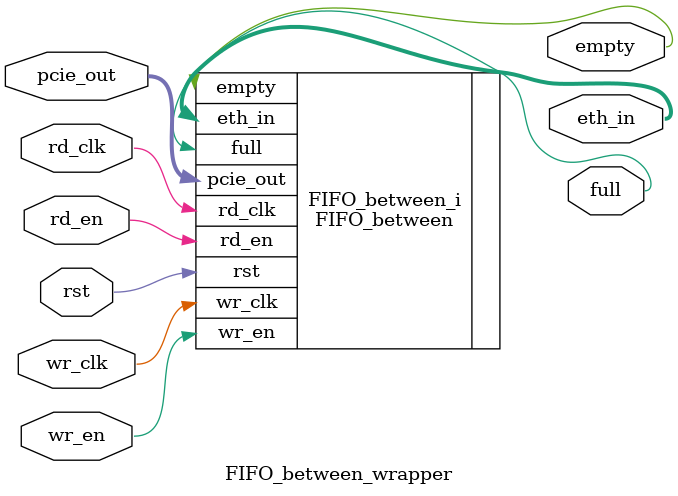
<source format=v>
`timescale 1 ps / 1 ps

module FIFO_between_wrapper
   (empty,
    eth_in,
    full,
    pcie_out,
    rd_clk,
    rd_en,
    rst,
    wr_clk,
    wr_en);
  output empty;
  output [31:0]eth_in;
  output full;
  input [31:0]pcie_out;
  input rd_clk;
  input rd_en;
  input rst;
  input wr_clk;
  input wr_en;

  wire empty;
  wire [31:0]eth_in;
  wire full;
  wire [31:0]pcie_out;
  wire rd_clk;
  wire rd_en;
  wire rst;
  wire wr_clk;
  wire wr_en;

  FIFO_between FIFO_between_i
       (.empty(empty),
        .eth_in(eth_in),
        .full(full),
        .pcie_out(pcie_out),
        .rd_clk(rd_clk),
        .rd_en(rd_en),
        .rst(rst),
        .wr_clk(wr_clk),
        .wr_en(wr_en));
endmodule

</source>
